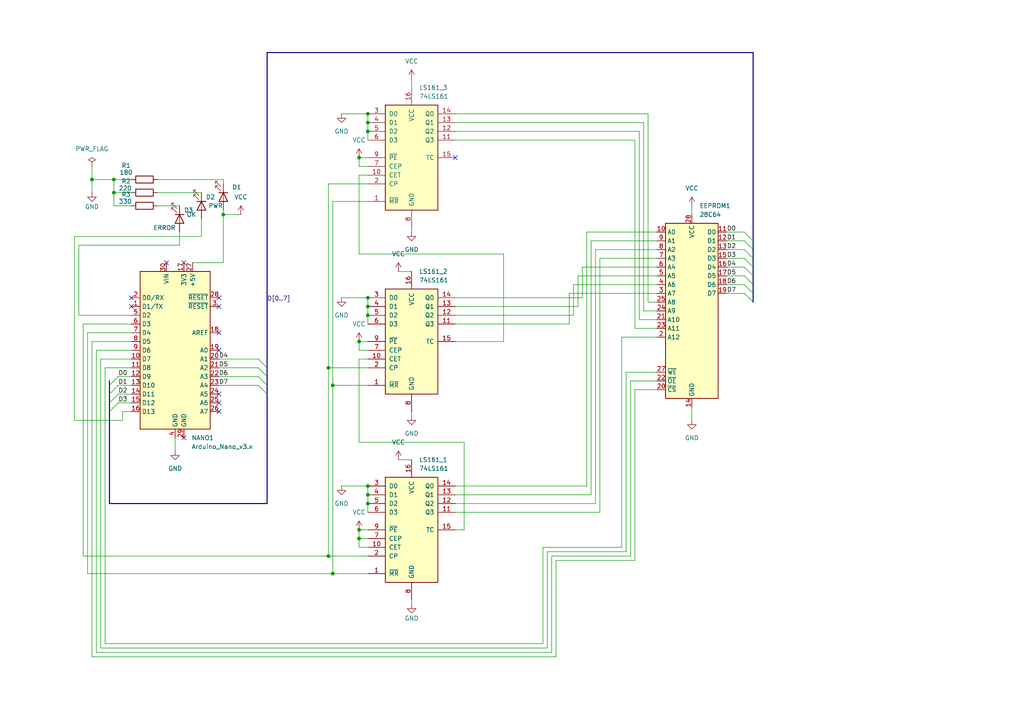
<source format=kicad_sch>
(kicad_sch (version 20231120) (generator "eeschema") (generator_version "8.0")
  (paper "A4")
  (lib_symbols
    (symbol "74xx:74LS161" (pin_names (offset 1.016))
      (property "Reference" "U" (at -7.62 16.51 0))
      (property "Value" "74LS161" (at -7.62 -16.51 0))
      (symbol "74LS161_1_0"
        (pin input line (at -12.7 -12.7 0) (length 5.08) (name "~{MR}") (number "1"))
        (pin input line (at -12.7 -5.08 0) (length 5.08) (name "CET") (number "10"))
        (pin output line (at 12.7 5.08 180) (length 5.08) (name "Q3") (number "11"))
        (pin output line (at 12.7 7.62 180) (length 5.08) (name "Q2") (number "12"))
        (pin output line (at 12.7 10.16 180) (length 5.08) (name "Q1") (number "13"))
        (pin output line (at 12.7 12.7 180) (length 5.08) (name "Q0") (number "14"))
        (pin output line (at 12.7 0 180) (length 5.08) (name "TC") (number "15"))
        (pin power_in line (at 0 20.32 270) (length 5.08) (name "VCC") (number "16"))
        (pin input line (at -12.7 -7.62 0) (length 5.08) (name "CP") (number "2"))
        (pin input line (at -12.7 12.7 0) (length 5.08) (name "D0") (number "3"))
        (pin input line (at -12.7 10.16 0) (length 5.08) (name "D1") (number "4"))
        (pin input line (at -12.7 7.62 0) (length 5.08) (name "D2") (number "5"))
        (pin input line (at -12.7 5.08 0) (length 5.08) (name "D3") (number "6"))
        (pin input line (at -12.7 -2.54 0) (length 5.08) (name "CEP") (number "7"))
        (pin power_in line (at 0 -20.32 90) (length 5.08) (name "GND") (number "8"))
        (pin input line (at -12.7 0 0) (length 5.08) (name "~{PE}") (number "9"))
      )
      (symbol "74LS161_1_1"
        (rectangle (start -7.62 15.24) (end 7.62 -15.24) (stroke (width 0.254)) (fill (type background)))
      )
    )
    (symbol "Device:LED" (pin_numbers hide) (pin_names (offset 1.016) hide)
      (property "Reference" "D" (at 0 2.54 0))
      (property "Value" "LED" (at 0 -2.54 0))
      (symbol "LED_0_1"
        (polyline (pts (xy -1.27 -1.27) (xy -1.27 1.27)) (stroke (width 0.254)))
        (polyline (pts (xy -1.27 0) (xy 1.27 0)))
        (polyline (pts (xy 1.27 -1.27) (xy 1.27 1.27) (xy -1.27 0) (xy 1.27 -1.27)) (stroke (width 0.254)))
        (polyline (pts (xy -3.048 -0.762) (xy -4.572 -2.286) (xy -3.81 -2.286) (xy -4.572 -2.286) (xy -4.572 -1.524)))
        (polyline (pts (xy -1.778 -0.762) (xy -3.302 -2.286) (xy -2.54 -2.286) (xy -3.302 -2.286) (xy -3.302 -1.524)))
      )
      (symbol "LED_1_1"
        (pin passive line (at -3.81 0 0) (length 2.54) (name "K") (number "1"))
        (pin passive line (at 3.81 0 180) (length 2.54) (name "A") (number "2"))
      )
    )
    (symbol "Device:R" (pin_numbers hide) (pin_names (offset 0))
      (property "Reference" "R" (at 2.032 0 90))
      (property "Value" "R" (at 0 0 90))
      (symbol "R_0_1"
        (rectangle (start -1.016 -2.54) (end 1.016 2.54) (stroke (width 0.254)))
      )
      (symbol "R_1_1"
        (pin passive line (at 0 3.81 270) (length 1.27) (name "~") (number "1"))
        (pin passive line (at 0 -3.81 90) (length 1.27) (name "~") (number "2"))
      )
    )
    (symbol "MCU_Module:Arduino_Nano_v3.x"
      (property "Reference" "A" (at -10.16 23.495 0))
      (property "Value" "Arduino_Nano_v3.x" (at 5.08 -24.13 0))
      (symbol "Arduino_Nano_v3.x_0_1"
        (rectangle (start -10.16 22.86) (end 10.16 -22.86) (stroke (width 0.254)) (fill (type background)))
      )
      (symbol "Arduino_Nano_v3.x_1_1"
        (pin bidirectional line (at -12.7 12.7 0) (length 2.54) (name "D1/TX") (number "1"))
        (pin bidirectional line (at -12.7 -2.54 0) (length 2.54) (name "D7") (number "10"))
        (pin bidirectional line (at -12.7 -5.08 0) (length 2.54) (name "D8") (number "11"))
        (pin bidirectional line (at -12.7 -7.62 0) (length 2.54) (name "D9") (number "12"))
        (pin bidirectional line (at -12.7 -10.16 0) (length 2.54) (name "D10") (number "13"))
        (pin bidirectional line (at -12.7 -12.7 0) (length 2.54) (name "D11") (number "14"))
        (pin bidirectional line (at -12.7 -15.24 0) (length 2.54) (name "D12") (number "15"))
        (pin bidirectional line (at -12.7 -17.78 0) (length 2.54) (name "D13") (number "16"))
        (pin power_out line (at 2.54 25.4 270) (length 2.54) (name "3V3") (number "17"))
        (pin input line (at 12.7 5.08 180) (length 2.54) (name "AREF") (number "18"))
        (pin bidirectional line (at 12.7 0 180) (length 2.54) (name "A0") (number "19"))
        (pin bidirectional line (at -12.7 15.24 0) (length 2.54) (name "D0/RX") (number "2"))
        (pin bidirectional line (at 12.7 -2.54 180) (length 2.54) (name "A1") (number "20"))
        (pin bidirectional line (at 12.7 -5.08 180) (length 2.54) (name "A2") (number "21"))
        (pin bidirectional line (at 12.7 -7.62 180) (length 2.54) (name "A3") (number "22"))
        (pin bidirectional line (at 12.7 -10.16 180) (length 2.54) (name "A4") (number "23"))
        (pin bidirectional line (at 12.7 -12.7 180) (length 2.54) (name "A5") (number "24"))
        (pin bidirectional line (at 12.7 -15.24 180) (length 2.54) (name "A6") (number "25"))
        (pin bidirectional line (at 12.7 -17.78 180) (length 2.54) (name "A7") (number "26"))
        (pin power_out line (at 5.08 25.4 270) (length 2.54) (name "+5V") (number "27"))
        (pin input line (at 12.7 15.24 180) (length 2.54) (name "~{RESET}") (number "28"))
        (pin power_in line (at 2.54 -25.4 90) (length 2.54) (name "GND") (number "29"))
        (pin input line (at 12.7 12.7 180) (length 2.54) (name "~{RESET}") (number "3"))
        (pin power_in line (at -2.54 25.4 270) (length 2.54) (name "VIN") (number "30"))
        (pin power_in line (at 0 -25.4 90) (length 2.54) (name "GND") (number "4"))
        (pin bidirectional line (at -12.7 10.16 0) (length 2.54) (name "D2") (number "5"))
        (pin bidirectional line (at -12.7 7.62 0) (length 2.54) (name "D3") (number "6"))
        (pin bidirectional line (at -12.7 5.08 0) (length 2.54) (name "D4") (number "7"))
        (pin bidirectional line (at -12.7 2.54 0) (length 2.54) (name "D5") (number "8"))
        (pin bidirectional line (at -12.7 0 0) (length 2.54) (name "D6") (number "9"))
      )
    )
    (symbol "MyComponents:28C64"
      (property "Reference" "U" (at -7.62 26.67 0))
      (property "Value" "28C64" (at 2.54 -26.67 0))
      (symbol "28C64_1_1"
        (rectangle (start -7.62 25.4) (end 7.62 -25.4) (stroke (width 0.254)) (fill (type background)))
        (pin input line (at -10.16 22.86 0) (length 2.54) (name "A0") (number "10"))
        (pin tri_state line (at 10.16 22.86 180) (length 2.54) (name "D0") (number "11"))
        (pin tri_state line (at 10.16 20.32 180) (length 2.54) (name "D1") (number "12"))
        (pin tri_state line (at 10.16 17.78 180) (length 2.54) (name "D2") (number "13"))
        (pin power_in line (at 0 -27.94 90) (length 2.54) (name "GND") (number "14"))
        (pin tri_state line (at 10.16 15.24 180) (length 2.54) (name "D3") (number "15"))
        (pin tri_state line (at 10.16 12.7 180) (length 2.54) (name "D4") (number "16"))
        (pin tri_state line (at 10.16 10.16 180) (length 2.54) (name "D5") (number "17"))
        (pin tri_state line (at 10.16 7.62 180) (length 2.54) (name "D6") (number "18"))
        (pin tri_state line (at 10.16 5.08 180) (length 2.54) (name "D7") (number "19"))
        (pin input line (at -10.16 -7.62 0) (length 2.54) (name "A12") (number "2"))
        (pin input line (at -10.16 -22.86 0) (length 2.54) (name "~{CS}") (number "20"))
        (pin input line (at -10.16 -2.54 0) (length 2.54) (name "A10") (number "21"))
        (pin input line (at -10.16 -20.32 0) (length 2.54) (name "~{OE}") (number "22"))
        (pin input line (at -10.16 -5.08 0) (length 2.54) (name "A11") (number "23"))
        (pin input line (at -10.16 0 0) (length 2.54) (name "A9") (number "24"))
        (pin input line (at -10.16 2.54 0) (length 2.54) (name "A8") (number "25"))
        (pin input line (at -10.16 -17.78 0) (length 2.54) (name "~{WE}") (number "27"))
        (pin power_in line (at 0 27.94 270) (length 2.54) (name "VCC") (number "28"))
        (pin input line (at -10.16 5.08 0) (length 2.54) (name "A7") (number "3"))
        (pin input line (at -10.16 7.62 0) (length 2.54) (name "A6") (number "4"))
        (pin input line (at -10.16 10.16 0) (length 2.54) (name "A5") (number "5"))
        (pin input line (at -10.16 12.7 0) (length 2.54) (name "A4") (number "6"))
        (pin input line (at -10.16 15.24 0) (length 2.54) (name "A3") (number "7"))
        (pin input line (at -10.16 17.78 0) (length 2.54) (name "A2") (number "8"))
        (pin input line (at -10.16 20.32 0) (length 2.54) (name "A1") (number "9"))
      )
    )
    (symbol "power:GND" (power) (pin_numbers hide) (pin_names (offset 0) hide)
      (property "Value" "GND" (at 0 -3.81 0))
      (symbol "GND_0_1"
        (polyline (pts (xy 0 0) (xy 0 -1.27) (xy 1.27 -1.27) (xy 0 -2.54) (xy -1.27 -1.27) (xy 0 -1.27)))
      )
      (symbol "GND_1_1"
        (pin power_in line (at 0 0 270) (length 0) (name "~") (number "1"))
      )
    )
    (symbol "power:PWR_FLAG" (power) (pin_numbers hide) (pin_names (offset 0) hide)
      (property "Value" "PWR_FLAG" (at 0 3.81 0))
      (symbol "PWR_FLAG_0_0"
        (pin power_out line (at 0 0 90) (length 0) (name "~") (number "1"))
      )
      (symbol "PWR_FLAG_0_1"
        (polyline (pts (xy 0 0) (xy 0 1.27) (xy -1.016 1.905) (xy 0 2.54) (xy 1.016 1.905) (xy 0 1.27)))
      )
    )
    (symbol "power:VCC" (power) (pin_numbers hide) (pin_names (offset 0) hide)
      (property "Value" "VCC" (at 0 3.556 0))
      (symbol "VCC_0_1"
        (polyline (pts (xy -0.762 1.27) (xy 0 2.54)))
        (polyline (pts (xy 0 0) (xy 0 2.54)))
        (polyline (pts (xy 0 2.54) (xy 0.762 1.27)))
      )
      (symbol "VCC_1_1"
        (pin power_in line (at 0 0 90) (length 0) (name "~") (number "1"))
      )
    )
  )
  (junction (at 106.68 35.56))
  (junction (at 104.14 156.21))
  (junction (at 106.68 140.97))
  (junction (at 33.02 52.07))
  (junction (at 106.68 143.51))
  (junction (at 106.68 88.9))
  (junction (at 33.02 55.88))
  (junction (at 96.52 111.76))
  (junction (at 95.25 106.68))
  (junction (at 64.77 62.23))
  (junction (at 106.68 86.36))
  (junction (at 106.68 146.05))
  (junction (at 104.14 99.06))
  (junction (at 106.68 33.02))
  (junction (at 106.68 38.1))
  (junction (at 104.14 153.67))
  (junction (at 104.14 45.72))
  (junction (at 106.68 91.44))
  (junction (at 26.67 52.07))
  (junction (at 96.52 166.37))
  (junction (at 95.25 161.29))
  (no_connect (at 53.34 76.2))
  (no_connect (at 48.26 76.2))
  (no_connect (at 63.5 114.3))
  (no_connect (at 63.5 116.84))
  (no_connect (at 38.1 86.36))
  (no_connect (at 53.34 127))
  (no_connect (at 63.5 101.6))
  (no_connect (at 63.5 119.38))
  (no_connect (at 63.5 88.9))
  (no_connect (at 38.1 88.9))
  (no_connect (at 63.5 86.36))
  (no_connect (at 132.08 45.72))
  (no_connect (at 63.5 96.52))
  (bus_entry (at 218.44 82.55) (size -2.54 -2.54))
  (bus_entry (at 218.44 80.01) (size -2.54 -2.54))
  (bus_entry (at 31.75 116.84) (size 2.54 -2.54))
  (bus_entry (at 31.75 119.38) (size 2.54 -2.54))
  (bus_entry (at 31.75 111.76) (size 2.54 -2.54))
  (bus_entry (at 218.44 72.39) (size -2.54 -2.54))
  (bus_entry (at 77.47 114.3) (size -2.54 -2.54))
  (bus_entry (at 218.44 69.85) (size -2.54 -2.54))
  (bus_entry (at 77.47 111.76) (size -2.54 -2.54))
  (bus_entry (at 218.44 87.63) (size -2.54 -2.54))
  (bus_entry (at 218.44 74.93) (size -2.54 -2.54))
  (bus_entry (at 77.47 109.22) (size -2.54 -2.54))
  (bus_entry (at 218.44 85.09) (size -2.54 -2.54))
  (bus_entry (at 218.44 77.47) (size -2.54 -2.54))
  (bus_entry (at 31.75 114.3) (size 2.54 -2.54))
  (bus_entry (at 77.47 106.68) (size -2.54 -2.54))
  (wire (pts (xy 106.68 33.02) (xy 106.68 35.56)))
  (wire (pts (xy 132.08 91.44) (xy 166.37 91.44)))
  (wire (pts (xy 30.48 106.68) (xy 30.48 186.69)))
  (wire (pts (xy 106.68 161.29) (xy 95.25 161.29)))
  (wire (pts (xy 106.68 86.36) (xy 106.68 88.9)))
  (wire (pts (xy 104.14 128.27) (xy 104.14 104.14)))
  (wire (pts (xy 119.38 66.04) (xy 119.38 67.31)))
  (wire (pts (xy 186.69 90.17) (xy 190.5 90.17)))
  (wire (pts (xy 106.68 166.37) (xy 96.52 166.37)))
  (wire (pts (xy 187.96 87.63) (xy 190.5 87.63)))
  (wire (pts (xy 165.1 93.98) (xy 165.1 85.09)))
  (wire (pts (xy 171.45 69.85) (xy 190.5 69.85)))
  (wire (pts (xy 185.42 38.1) (xy 185.42 92.71)))
  (bus (pts (xy 218.44 85.09) (xy 218.44 87.63)))
  (wire (pts (xy 106.68 48.26) (xy 104.14 48.26)))
  (wire (pts (xy 132.08 86.36) (xy 168.91 86.36)))
  (wire (pts (xy 106.68 158.75) (xy 104.14 158.75)))
  (wire (pts (xy 106.68 91.44) (xy 106.68 93.98)))
  (wire (pts (xy 160.02 161.29) (xy 182.88 161.29)))
  (bus (pts (xy 77.47 114.3) (xy 77.47 146.05)))
  (wire (pts (xy 35.56 119.38) (xy 38.1 119.38)))
  (wire (pts (xy 104.14 48.26) (xy 104.14 45.72)))
  (wire (pts (xy 132.08 146.05) (xy 172.72 146.05)))
  (wire (pts (xy 34.29 109.22) (xy 38.1 109.22)))
  (wire (pts (xy 167.64 88.9) (xy 167.64 80.01)))
  (wire (pts (xy 172.72 72.39) (xy 190.5 72.39)))
  (wire (pts (xy 96.52 58.42) (xy 106.68 58.42)))
  (wire (pts (xy 168.91 77.47) (xy 190.5 77.47)))
  (wire (pts (xy 181.61 160.02) (xy 181.61 107.95)))
  (wire (pts (xy 27.94 101.6) (xy 27.94 189.23)))
  (bus (pts (xy 31.75 111.76) (xy 31.75 114.3)))
  (wire (pts (xy 96.52 111.76) (xy 106.68 111.76)))
  (wire (pts (xy 180.34 97.79) (xy 190.5 97.79)))
  (wire (pts (xy 119.38 173.99) (xy 119.38 175.26)))
  (wire (pts (xy 115.57 78.74) (xy 119.38 78.74)))
  (wire (pts (xy 157.48 186.69) (xy 157.48 158.75)))
  (wire (pts (xy 38.1 55.88) (xy 33.02 55.88)))
  (wire (pts (xy 184.15 95.25) (xy 190.5 95.25)))
  (wire (pts (xy 158.75 187.96) (xy 158.75 160.02)))
  (wire (pts (xy 132.08 33.02) (xy 187.96 33.02)))
  (wire (pts (xy 29.21 104.14) (xy 29.21 187.96)))
  (wire (pts (xy 106.68 88.9) (xy 106.68 91.44)))
  (wire (pts (xy 104.14 73.66) (xy 104.14 50.8)))
  (wire (pts (xy 25.4 166.37) (xy 96.52 166.37)))
  (bus (pts (xy 77.47 111.76) (xy 77.47 114.3)))
  (wire (pts (xy 184.15 113.03) (xy 190.5 113.03)))
  (wire (pts (xy 95.25 53.34) (xy 106.68 53.34)))
  (wire (pts (xy 132.08 140.97) (xy 170.18 140.97)))
  (wire (pts (xy 132.08 143.51) (xy 171.45 143.51)))
  (wire (pts (xy 38.1 93.98) (xy 24.13 93.98)))
  (wire (pts (xy 104.14 153.67) (xy 106.68 153.67)))
  (wire (pts (xy 63.5 104.14) (xy 74.93 104.14)))
  (wire (pts (xy 64.77 76.2) (xy 55.88 76.2)))
  (wire (pts (xy 34.29 114.3) (xy 38.1 114.3)))
  (wire (pts (xy 52.07 71.12) (xy 52.07 67.31)))
  (wire (pts (xy 95.25 106.68) (xy 106.68 106.68)))
  (wire (pts (xy 132.08 148.59) (xy 173.99 148.59)))
  (wire (pts (xy 146.05 99.06) (xy 146.05 73.66)))
  (wire (pts (xy 161.29 190.5) (xy 161.29 162.56)))
  (wire (pts (xy 106.68 101.6) (xy 104.14 101.6)))
  (wire (pts (xy 25.4 96.52) (xy 25.4 166.37)))
  (wire (pts (xy 106.68 143.51) (xy 106.68 146.05)))
  (wire (pts (xy 167.64 80.01) (xy 190.5 80.01)))
  (wire (pts (xy 26.67 52.07) (xy 33.02 52.07)))
  (wire (pts (xy 119.38 22.86) (xy 119.38 25.4)))
  (wire (pts (xy 132.08 35.56) (xy 186.69 35.56)))
  (wire (pts (xy 165.1 85.09) (xy 190.5 85.09)))
  (bus (pts (xy 31.75 146.05) (xy 77.47 146.05)))
  (wire (pts (xy 106.68 140.97) (xy 106.68 143.51)))
  (wire (pts (xy 26.67 48.26) (xy 26.67 52.07)))
  (wire (pts (xy 184.15 40.64) (xy 184.15 95.25)))
  (wire (pts (xy 96.52 166.37) (xy 96.52 111.76)))
  (wire (pts (xy 33.02 59.69) (xy 33.02 55.88)))
  (bus (pts (xy 218.44 72.39) (xy 218.44 74.93)))
  (bus (pts (xy 31.75 114.3) (xy 31.75 116.84)))
  (wire (pts (xy 170.18 140.97) (xy 170.18 67.31)))
  (wire (pts (xy 106.68 38.1) (xy 106.68 40.64)))
  (wire (pts (xy 182.88 161.29) (xy 182.88 110.49)))
  (wire (pts (xy 187.96 33.02) (xy 187.96 87.63)))
  (wire (pts (xy 210.82 77.47) (xy 215.9 77.47)))
  (wire (pts (xy 34.29 116.84) (xy 38.1 116.84)))
  (wire (pts (xy 38.1 91.44) (xy 22.86 91.44)))
  (wire (pts (xy 181.61 107.95) (xy 190.5 107.95)))
  (wire (pts (xy 146.05 73.66) (xy 104.14 73.66)))
  (wire (pts (xy 24.13 93.98) (xy 24.13 161.29)))
  (wire (pts (xy 38.1 101.6) (xy 27.94 101.6)))
  (wire (pts (xy 115.57 133.35) (xy 119.38 133.35)))
  (wire (pts (xy 104.14 104.14) (xy 106.68 104.14)))
  (bus (pts (xy 218.44 82.55) (xy 218.44 85.09)))
  (wire (pts (xy 134.62 153.67) (xy 134.62 128.27)))
  (bus (pts (xy 77.47 15.24) (xy 218.44 15.24)))
  (wire (pts (xy 21.59 121.92) (xy 35.56 121.92)))
  (wire (pts (xy 210.82 80.01) (xy 215.9 80.01)))
  (wire (pts (xy 45.72 55.88) (xy 58.42 55.88)))
  (wire (pts (xy 27.94 189.23) (xy 160.02 189.23)))
  (wire (pts (xy 106.68 156.21) (xy 104.14 156.21)))
  (wire (pts (xy 166.37 91.44) (xy 166.37 82.55)))
  (wire (pts (xy 168.91 86.36) (xy 168.91 77.47)))
  (wire (pts (xy 26.67 190.5) (xy 161.29 190.5)))
  (bus (pts (xy 218.44 77.47) (xy 218.44 80.01)))
  (wire (pts (xy 63.5 106.68) (xy 74.93 106.68)))
  (wire (pts (xy 21.59 68.58) (xy 58.42 68.58)))
  (wire (pts (xy 134.62 128.27) (xy 104.14 128.27)))
  (wire (pts (xy 104.14 50.8) (xy 106.68 50.8)))
  (wire (pts (xy 64.77 52.07) (xy 64.77 53.34)))
  (wire (pts (xy 186.69 35.56) (xy 186.69 90.17)))
  (wire (pts (xy 210.82 85.09) (xy 215.9 85.09)))
  (wire (pts (xy 30.48 186.69) (xy 157.48 186.69)))
  (wire (pts (xy 99.06 33.02) (xy 106.68 33.02)))
  (wire (pts (xy 104.14 158.75) (xy 104.14 156.21)))
  (wire (pts (xy 104.14 99.06) (xy 106.68 99.06)))
  (bus (pts (xy 218.44 74.93) (xy 218.44 77.47)))
  (bus (pts (xy 77.47 106.68) (xy 77.47 109.22)))
  (bus (pts (xy 31.75 110.49) (xy 31.75 111.76)))
  (bus (pts (xy 77.47 15.24) (xy 77.47 106.68)))
  (wire (pts (xy 173.99 74.93) (xy 190.5 74.93)))
  (wire (pts (xy 210.82 82.55) (xy 215.9 82.55)))
  (wire (pts (xy 132.08 40.64) (xy 184.15 40.64)))
  (wire (pts (xy 210.82 72.39) (xy 215.9 72.39)))
  (wire (pts (xy 22.86 91.44) (xy 22.86 71.12)))
  (wire (pts (xy 45.72 52.07) (xy 64.77 52.07)))
  (bus (pts (xy 31.75 116.84) (xy 31.75 119.38)))
  (wire (pts (xy 132.08 93.98) (xy 165.1 93.98)))
  (wire (pts (xy 210.82 67.31) (xy 215.9 67.31)))
  (wire (pts (xy 64.77 62.23) (xy 69.85 62.23)))
  (wire (pts (xy 38.1 99.06) (xy 26.67 99.06)))
  (wire (pts (xy 132.08 99.06) (xy 146.05 99.06)))
  (wire (pts (xy 29.21 187.96) (xy 158.75 187.96)))
  (wire (pts (xy 185.42 92.71) (xy 190.5 92.71)))
  (wire (pts (xy 38.1 96.52) (xy 25.4 96.52)))
  (wire (pts (xy 158.75 160.02) (xy 181.61 160.02)))
  (wire (pts (xy 106.68 146.05) (xy 106.68 148.59)))
  (wire (pts (xy 104.14 45.72) (xy 106.68 45.72)))
  (wire (pts (xy 157.48 158.75) (xy 180.34 158.75)))
  (wire (pts (xy 95.25 161.29) (xy 95.25 106.68)))
  (wire (pts (xy 99.06 86.36) (xy 106.68 86.36)))
  (wire (pts (xy 180.34 158.75) (xy 180.34 97.79)))
  (wire (pts (xy 132.08 38.1) (xy 185.42 38.1)))
  (wire (pts (xy 21.59 68.58) (xy 21.59 121.92)))
  (wire (pts (xy 95.25 106.68) (xy 95.25 53.34)))
  (wire (pts (xy 33.02 52.07) (xy 38.1 52.07)))
  (wire (pts (xy 200.66 118.11) (xy 200.66 121.92)))
  (wire (pts (xy 132.08 153.67) (xy 134.62 153.67)))
  (bus (pts (xy 77.47 109.22) (xy 77.47 111.76)))
  (wire (pts (xy 34.29 111.76) (xy 38.1 111.76)))
  (wire (pts (xy 26.67 52.07) (xy 26.67 55.88)))
  (wire (pts (xy 106.68 35.56) (xy 106.68 38.1)))
  (wire (pts (xy 22.86 71.12) (xy 52.07 71.12)))
  (bus (pts (xy 218.44 69.85) (xy 218.44 72.39)))
  (wire (pts (xy 184.15 162.56) (xy 184.15 113.03)))
  (wire (pts (xy 38.1 106.68) (xy 30.48 106.68)))
  (wire (pts (xy 200.66 59.69) (xy 200.66 62.23)))
  (wire (pts (xy 58.42 68.58) (xy 58.42 63.5)))
  (wire (pts (xy 50.8 127) (xy 50.8 130.81)))
  (bus (pts (xy 218.44 15.24) (xy 218.44 69.85)))
  (wire (pts (xy 63.5 109.22) (xy 74.93 109.22)))
  (bus (pts (xy 31.75 119.38) (xy 31.75 146.05)))
  (wire (pts (xy 160.02 189.23) (xy 160.02 161.29)))
  (wire (pts (xy 45.72 59.69) (xy 52.07 59.69)))
  (wire (pts (xy 38.1 104.14) (xy 29.21 104.14)))
  (wire (pts (xy 64.77 62.23) (xy 64.77 76.2)))
  (bus (pts (xy 218.44 80.01) (xy 218.44 82.55)))
  (wire (pts (xy 171.45 143.51) (xy 171.45 69.85)))
  (wire (pts (xy 210.82 69.85) (xy 215.9 69.85)))
  (wire (pts (xy 64.77 60.96) (xy 64.77 62.23)))
  (wire (pts (xy 104.14 156.21) (xy 104.14 153.67)))
  (wire (pts (xy 99.06 140.97) (xy 106.68 140.97)))
  (wire (pts (xy 173.99 148.59) (xy 173.99 74.93)))
  (wire (pts (xy 170.18 67.31) (xy 190.5 67.31)))
  (wire (pts (xy 26.67 99.06) (xy 26.67 190.5)))
  (wire (pts (xy 104.14 101.6) (xy 104.14 99.06)))
  (wire (pts (xy 63.5 111.76) (xy 74.93 111.76)))
  (wire (pts (xy 161.29 162.56) (xy 184.15 162.56)))
  (wire (pts (xy 166.37 82.55) (xy 190.5 82.55)))
  (wire (pts (xy 24.13 161.29) (xy 95.25 161.29)))
  (wire (pts (xy 33.02 55.88) (xy 33.02 52.07)))
  (wire (pts (xy 119.38 119.38) (xy 119.38 120.65)))
  (wire (pts (xy 182.88 110.49) (xy 190.5 110.49)))
  (wire (pts (xy 38.1 59.69) (xy 33.02 59.69)))
  (wire (pts (xy 210.82 74.93) (xy 215.9 74.93)))
  (wire (pts (xy 35.56 121.92) (xy 35.56 119.38)))
  (wire (pts (xy 132.08 88.9) (xy 167.64 88.9)))
  (wire (pts (xy 172.72 146.05) (xy 172.72 72.39)))
  (wire (pts (xy 96.52 111.76) (xy 96.52 58.42)))
  (label "D5" (at 63.5 106.68 0))
  (label "D3" (at 210.82 74.93 0))
  (label "D1" (at 34.29 111.76 0))
  (label "D6" (at 63.5 109.22 0))
  (label "D1" (at 210.82 69.85 0))
  (label "D7" (at 63.5 111.76 0))
  (label "D4" (at 63.5 104.14 0))
  (label "D0" (at 210.82 67.31 0))
  (label "D0" (at 34.29 109.22 0))
  (label "D4" (at 210.82 77.47 0))
  (label "D[0..7]" (at 77.47 87.63 0))
  (label "D2" (at 34.29 114.3 0))
  (label "D2" (at 210.82 72.39 0))
  (label "D6" (at 210.82 82.55 0))
  (label "D3" (at 34.29 116.84 0))
  (label "D5" (at 210.82 80.01 0))
  (label "D7" (at 210.82 85.09 0))
  (symbol (lib_id "power:GND") (at 200.66 121.92 0) (unit 1)
    (property "Reference" "#PWR016" (effects (hide yes)))
    (property "Value" "GND" (at 200.66 127 0))
    (property "Description" "Power symbol creates a global label with name \"GND\" , ground" (effects (hide yes)))
  )
  (symbol (lib_id "power:GND") (at 50.8 130.81 0) (unit 1)
    (property "Reference" "#PWR02" (effects (hide yes)))
    (property "Value" "GND" (at 50.8 135.89 0))
    (property "Description" "Power symbol creates a global label with name \"GND\" , ground" (effects (hide yes)))
  )
  (symbol (lib_id "Device:LED") (at 64.77 57.15 270) (unit 1)
    (property "Reference" "D1" (at 67.31 54.2924 90) (effects (justify left)))
    (property "Value" "PWR" (at 60.452 59.69 90) (effects (justify left)))
    (property "Footprint" "LED_THT:LED_D3.0mm" (effects (hide yes)))
    (property "Description" "Light emitting diode" (effects (hide yes)))
  )
  (symbol (lib_id "power:VCC") (at 115.57 78.74 0) (unit 1)
    (property "Reference" "#PWR014" (effects (hide yes)))
    (property "Value" "VCC" (at 115.57 73.66 0))
    (property "Description" "Power symbol creates a global label with name \"VCC\"" (effects (hide yes)))
  )
  (symbol (lib_id "power:VCC") (at 104.14 99.06 0) (unit 1)
    (property "Reference" "#PWR010" (effects (hide yes)))
    (property "Value" "VCC" (at 104.14 93.98 0))
    (property "Description" "Power symbol creates a global label with name \"VCC\"" (effects (hide yes)))
  )
  (symbol (lib_id "power:GND") (at 99.06 140.97 0) (unit 1)
    (property "Reference" "#PWR06" (effects (hide yes)))
    (property "Value" "GND" (at 99.06 146.05 0))
    (property "Description" "Power symbol creates a global label with name \"GND\" , ground" (effects (hide yes)))
  )
  (symbol (lib_id "74xx:74LS161") (at 119.38 99.06 0) (unit 1)
    (property "Reference" "LS161_2" (at 121.5741 78.74 0) (effects (justify left)))
    (property "Value" "74LS161" (at 121.5741 81.28 0) (effects (justify left)))
    (property "Footprint" "Package_DIP:DIP-16_W7.62mm" (effects (hide yes)))
    (property "Datasheet" "http://www.ti.com/lit/gpn/sn74LS161" (effects (hide yes)))
    (property "Description" "Synchronous 4-bit programmable binary Counter" (effects (hide yes)))
  )
  (symbol (lib_id "power:VCC") (at 69.85 62.23 0) (unit 1)
    (property "Reference" "#PWR09" (effects (hide yes)))
    (property "Value" "VCC" (at 69.85 57.15 0))
    (property "Description" "Power symbol creates a global label with name \"VCC\"" (effects (hide yes)))
  )
  (symbol (lib_id "power:GND") (at 119.38 67.31 0) (unit 1)
    (property "Reference" "#PWR03" (effects (hide yes)))
    (property "Value" "GND" (at 119.38 72.39 0))
    (property "Description" "Power symbol creates a global label with name \"GND\" , ground" (effects (hide yes)))
  )
  (symbol (lib_id "power:GND") (at 99.06 86.36 0) (unit 1)
    (property "Reference" "#PWR07" (effects (hide yes)))
    (property "Value" "GND" (at 99.06 91.44 0))
    (property "Description" "Power symbol creates a global label with name \"GND\" , ground" (effects (hide yes)))
  )
  (symbol (lib_id "MCU_Module:Arduino_Nano_v3.x") (at 50.8 101.6 0) (unit 1)
    (property "Reference" "NANO1" (at 55.5341 127 0) (effects (justify left)))
    (property "Value" "Arduino_Nano_v3.x" (at 55.5341 129.54 0) (effects (justify left)))
    (property "Footprint" "Module:Arduino_Nano" (effects (hide yes)))
    (property "Datasheet" "http://www.mouser.com/pdfdocs/Gravitech_Arduino_Nano3_0.pdf" (effects (hide yes)))
    (property "Description" "Arduino Nano v3.x" (effects (hide yes)))
  )
  (symbol (lib_id "power:VCC") (at 104.14 45.72 0) (unit 1)
    (property "Reference" "#PWR011" (effects (hide yes)))
    (property "Value" "VCC" (at 104.14 40.64 0))
    (property "Description" "Power symbol creates a global label with name \"VCC\"" (effects (hide yes)))
  )
  (symbol (lib_id "power:GND") (at 119.38 175.26 0) (unit 1)
    (property "Reference" "#PWR05" (effects (hide yes)))
    (property "Value" "GND" (at 119.38 179.324 0))
    (property "Description" "Power symbol creates a global label with name \"GND\" , ground" (effects (hide yes)))
  )
  (symbol (lib_id "Device:LED") (at 52.07 63.5 270) (unit 1)
    (property "Reference" "D3" (at 53.34 60.96 90) (effects (justify left)))
    (property "Value" "ERROR" (at 44.45 66.04 90) (effects (justify left)))
    (property "Footprint" "LED_THT:LED_D3.0mm" (effects (hide yes)))
    (property "Description" "Light emitting diode" (effects (hide yes)))
  )
  (symbol (lib_id "power:GND") (at 119.38 120.65 0) (unit 1)
    (property "Reference" "#PWR04" (effects (hide yes)))
    (property "Value" "GND" (at 119.38 125.73 0))
    (property "Description" "Power symbol creates a global label with name \"GND\" , ground" (effects (hide yes)))
  )
  (symbol (lib_id "power:VCC") (at 119.38 22.86 0) (unit 1)
    (property "Reference" "#PWR013" (effects (hide yes)))
    (property "Value" "VCC" (at 119.38 17.78 0))
    (property "Description" "Power symbol creates a global label with name \"VCC\"" (effects (hide yes)))
  )
  (symbol (lib_id "power:VCC") (at 104.14 153.67 0) (unit 1)
    (property "Reference" "#PWR012" (effects (hide yes)))
    (property "Value" "VCC" (at 104.14 148.59 0))
    (property "Description" "Power symbol creates a global label with name \"VCC\"" (effects (hide yes)))
  )
  (symbol (lib_id "Device:R") (at 41.91 52.07 90) (unit 1)
    (property "Reference" "R1" (at 36.576 48.006 90))
    (property "Value" "180" (at 36.576 50.038 90))
    (property "Footprint" "Resistor_THT:R_Axial_DIN0207_L6.3mm_D2.5mm_P10.16mm_Horizontal" (effects (hide yes)))
    (property "Description" "Resistor" (effects (hide yes)))
  )
  (symbol (lib_id "MyComponents:28C64") (at 200.66 90.17 0) (unit 1)
    (property "Reference" "EEPROM1" (at 202.8541 59.69 0) (effects (justify left)))
    (property "Value" "28C64" (at 202.8541 62.23 0) (effects (justify left)))
    (property "Footprint" "Package_DIP:DIP-28_W15.24mm_Socket_LongPads" (effects (hide yes)))
    (property "Description" "Paged Parallel EEPROM 64Kb (8K x 8), DIP-28/SOIC-28" (effects (hide yes)))
  )
  (symbol (lib_id "Device:R") (at 41.91 59.69 90) (unit 1)
    (property "Reference" "R3" (at 36.576 56.388 90))
    (property "Value" "330" (at 36.322 58.42 90))
    (property "Footprint" "Resistor_THT:R_Axial_DIN0207_L6.3mm_D2.5mm_P10.16mm_Horizontal" (effects (hide yes)))
    (property "Description" "Resistor" (effects (hide yes)))
  )
  (symbol (lib_id "power:VCC") (at 115.57 133.35 0) (unit 1)
    (property "Reference" "#PWR015" (effects (hide yes)))
    (property "Value" "VCC" (at 115.57 128.27 0))
    (property "Description" "Power symbol creates a global label with name \"VCC\"" (effects (hide yes)))
  )
  (symbol (lib_id "power:GND") (at 99.06 33.02 0) (unit 1)
    (property "Reference" "#PWR08" (effects (hide yes)))
    (property "Value" "GND" (at 99.06 38.1 0))
    (property "Description" "Power symbol creates a global label with name \"GND\" , ground" (effects (hide yes)))
  )
  (symbol (lib_id "power:PWR_FLAG") (at 26.67 48.26 0) (unit 1)
    (property "Reference" "#FLG01" (effects (hide yes)))
    (property "Value" "PWR_FLAG" (at 26.67 43.18 0))
    (property "Description" "Special symbol for telling ERC where power comes from" (effects (hide yes)))
  )
  (symbol (lib_id "power:VCC") (at 200.66 59.69 0) (unit 1)
    (property "Reference" "#PWR017" (effects (hide yes)))
    (property "Value" "VCC" (at 200.66 54.61 0))
    (property "Description" "Power symbol creates a global label with name \"VCC\"" (effects (hide yes)))
  )
  (symbol (lib_id "74xx:74LS161") (at 119.38 153.67 0) (unit 1)
    (property "Reference" "LS161_1" (at 121.5741 133.35 0) (effects (justify left)))
    (property "Value" "74LS161" (at 121.5741 135.89 0) (effects (justify left)))
    (property "Footprint" "Package_DIP:DIP-16_W7.62mm" (effects (hide yes)))
    (property "Datasheet" "http://www.ti.com/lit/gpn/sn74LS161" (effects (hide yes)))
    (property "Description" "Synchronous 4-bit programmable binary Counter" (effects (hide yes)))
  )
  (symbol (lib_id "Device:R") (at 41.91 55.88 90) (unit 1)
    (property "Reference" "R2" (at 36.576 52.578 90))
    (property "Value" "220" (at 36.322 54.61 90))
    (property "Footprint" "Resistor_THT:R_Axial_DIN0207_L6.3mm_D2.5mm_P10.16mm_Horizontal" (effects (hide yes)))
    (property "Description" "Resistor" (effects (hide yes)))
  )
  (symbol (lib_id "power:GND") (at 26.67 55.88 0) (unit 1)
    (property "Reference" "#PWR01" (effects (hide yes)))
    (property "Value" "GND" (at 26.67 59.944 0))
    (property "Description" "Power symbol creates a global label with name \"GND\" , ground" (effects (hide yes)))
  )
  (symbol (lib_id "Device:LED") (at 58.42 59.69 270) (unit 1)
    (property "Reference" "D2" (at 59.69 57.15 90) (effects (justify left)))
    (property "Value" "OK" (at 54.102 62.23 90) (effects (justify left)))
    (property "Footprint" "LED_THT:LED_D3.0mm" (effects (hide yes)))
    (property "Description" "Light emitting diode" (effects (hide yes)))
  )
  (symbol (lib_id "74xx:74LS161") (at 119.38 45.72 0) (unit 1)
    (property "Reference" "LS161_3" (at 121.5741 25.4 0) (effects (justify left)))
    (property "Value" "74LS161" (at 121.5741 27.94 0) (effects (justify left)))
    (property "Footprint" "Package_DIP:DIP-16_W7.62mm" (effects (hide yes)))
    (property "Datasheet" "http://www.ti.com/lit/gpn/sn74LS161" (effects (hide yes)))
    (property "Description" "Synchronous 4-bit programmable binary Counter" (effects (hide yes)))
  )
)
</source>
